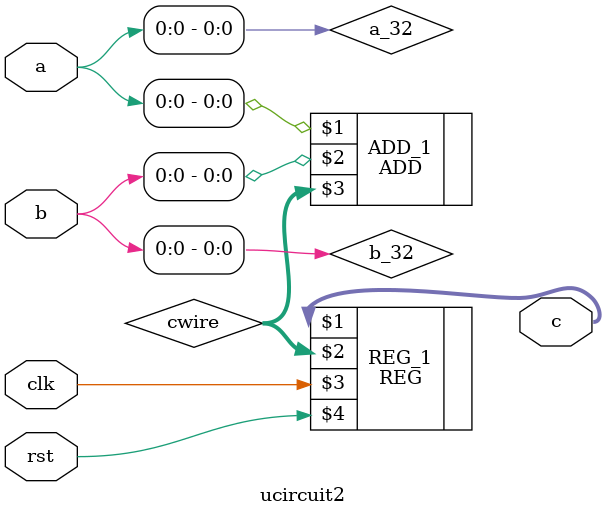
<source format=v>
`timescale 1ns / 1ns

module ucircuit2(a, b, c, clk, rst);

        input clk, rst;
        input  [ 7:0] a;
        input  [ 15:0] b;

        output [ 31:0] c;

        wire   [ 31:0] cwire;
        
        assign a_32 = {{24{1'b0}}, a};
        assign b_32 = {{16{1'b0}}, b};

        ADD    #(.DATAWIDTH( 32)) ADD_1(a_32, b_32, cwire);                // cwire = a + b
        REG    #(.DATAWIDTH( 32)) REG_1(c, cwire, clk, rst);               // c = cwire

endmodule

</source>
